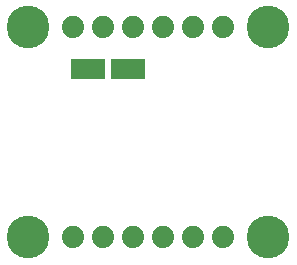
<source format=gbr>
G04 EAGLE Gerber RS-274X export*
G75*
%MOMM*%
%FSLAX34Y34*%
%LPD*%
%INSoldermask Bottom*%
%IPPOS*%
%AMOC8*
5,1,8,0,0,1.08239X$1,22.5*%
G01*
%ADD10C,1.879600*%
%ADD11C,3.617600*%
%ADD12R,2.921000X1.651000*%


D10*
X63500Y25400D03*
X88900Y25400D03*
X114300Y25400D03*
X139700Y25400D03*
X165100Y25400D03*
X190500Y25400D03*
D11*
X25400Y203200D03*
X228600Y203200D03*
X25400Y25400D03*
X228600Y25400D03*
D12*
X109855Y167640D03*
X76200Y167640D03*
D10*
X63500Y203200D03*
X88900Y203200D03*
X114300Y203200D03*
X139700Y203200D03*
X165100Y203200D03*
X190500Y203200D03*
M02*

</source>
